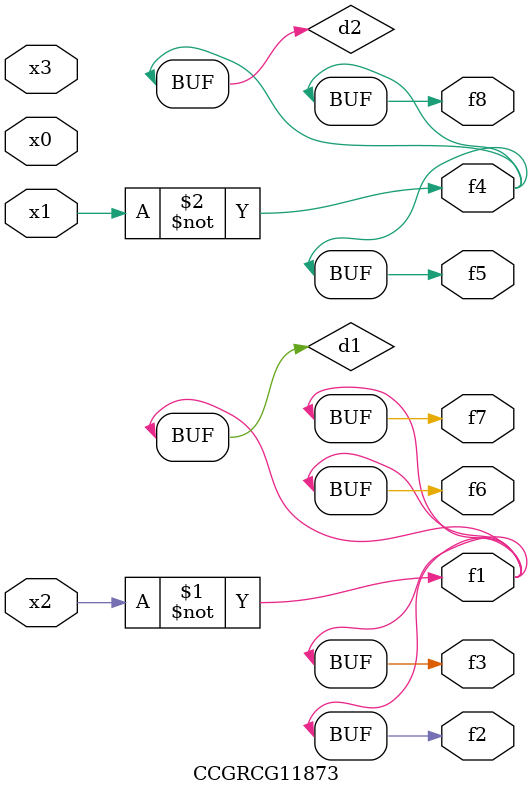
<source format=v>
module CCGRCG11873(
	input x0, x1, x2, x3,
	output f1, f2, f3, f4, f5, f6, f7, f8
);

	wire d1, d2;

	xnor (d1, x2);
	not (d2, x1);
	assign f1 = d1;
	assign f2 = d1;
	assign f3 = d1;
	assign f4 = d2;
	assign f5 = d2;
	assign f6 = d1;
	assign f7 = d1;
	assign f8 = d2;
endmodule

</source>
